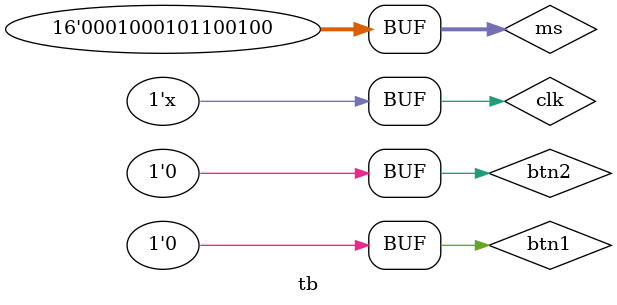
<source format=v>
`timescale 1ns / 1ps


module tb;

reg [15:0] ms;
reg clk;
wire [15:0] ci;
reg btn1, btn2;

initial begin
    clk = 1;
    btn1 = 1;
    btn1 = 1;
   #1 btn1 = 0;
   btn2 = 0;
    ms = 4452;
end

always #0.5 clk = ~clk;
//always #10000000 btn1 = ~btn1;
//always #10000000 btn2 = ~btn2; 

rsa_fpga_dec R (clk, ms, btn1, btn2, ci); 

endmodule

</source>
